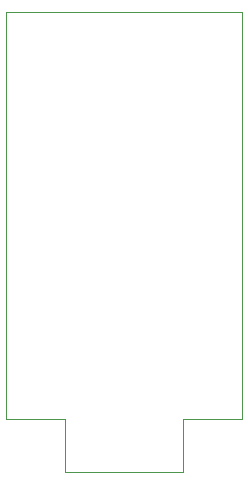
<source format=gbr>
G04 #@! TF.GenerationSoftware,KiCad,Pcbnew,(5.1.10)-1*
G04 #@! TF.CreationDate,2021-11-02T11:53:18+09:00*
G04 #@! TF.ProjectId,fishsensor,66697368-7365-46e7-936f-722e6b696361,rev?*
G04 #@! TF.SameCoordinates,Original*
G04 #@! TF.FileFunction,Profile,NP*
%FSLAX46Y46*%
G04 Gerber Fmt 4.6, Leading zero omitted, Abs format (unit mm)*
G04 Created by KiCad (PCBNEW (5.1.10)-1) date 2021-11-02 11:53:18*
%MOMM*%
%LPD*%
G01*
G04 APERTURE LIST*
G04 #@! TA.AperFunction,Profile*
%ADD10C,0.050000*%
G04 #@! TD*
G04 APERTURE END LIST*
D10*
X15000000Y-34500000D02*
X20000000Y-34500000D01*
X15000000Y-39000000D02*
X15000000Y-34500000D01*
X5000000Y-34500000D02*
X5000000Y-39000000D01*
X0Y-34500000D02*
X5000000Y-34500000D01*
X5000000Y-39000000D02*
X15000000Y-39000000D01*
X0Y0D02*
X0Y-34500000D01*
X20000000Y0D02*
X0Y0D01*
X20000000Y-34500000D02*
X20000000Y0D01*
M02*

</source>
